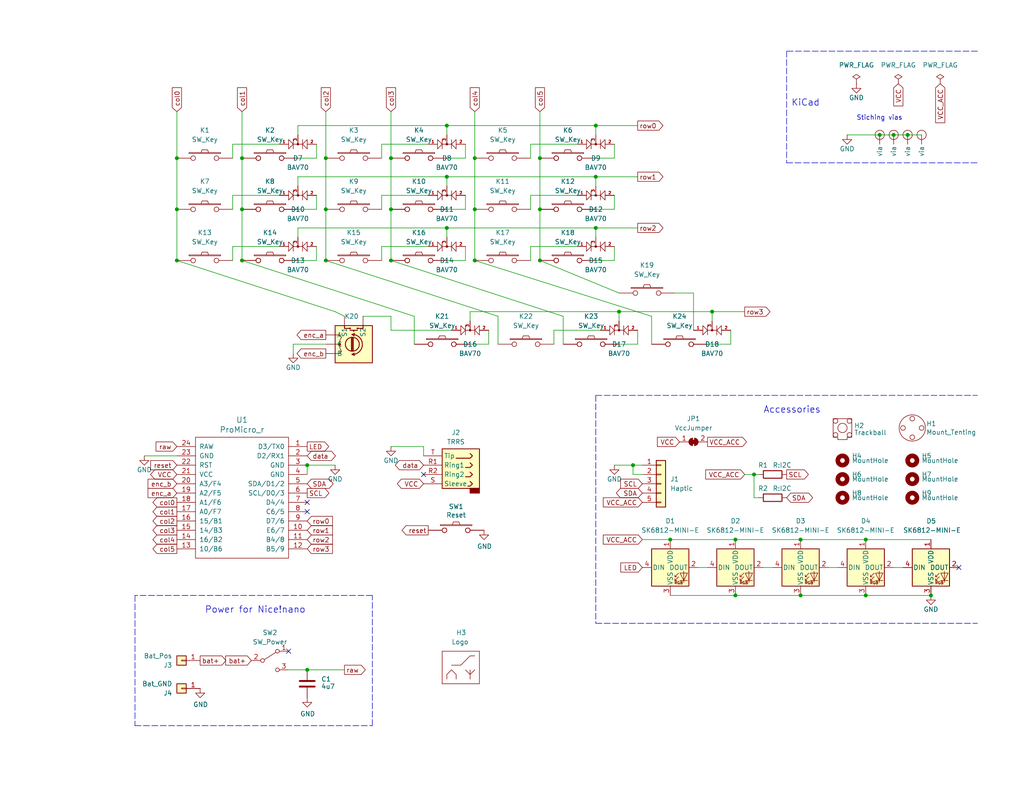
<source format=kicad_sch>
(kicad_sch (version 20211123) (generator eeschema)
  (paper "USLetter")
  (title_block (title "Hillside Keyboard") (date "2021-12-23") (rev "0.1.1-alpha") (company "mmccoyd") (comment 1 "A choc-spaced split keyboard with Ferris column stagger but more thumb and pinky keys."))
  (lib_symbols
    (symbol "Connector_Generic:Conn_01x01" (pin_names (offset 1.016) hide)
      (property "Reference" "J" (at 0 2.54 0))
      (property "Value" "Conn_01x01" (at 0 -2.54 0))
      (symbol "Conn_01x01_1_1"
        (rectangle (start -1.27 0.127) (end 0 -0.127) (stroke (width 0.1524)))
        (rectangle (start -1.27 1.27) (end 1.27 -1.27) (stroke (width 0.254)) (fill (type background)))
        (pin passive line (at -5.08 0 0) (length 3.81) (name "Pin_1") (number "1"))
      )
    )
    (symbol "Connector_Generic:Conn_01x05" (pin_names (offset 1.016) hide)
      (property "Reference" "J" (at 0 7.62 0))
      (property "Value" "Conn_01x05" (at 0 -7.62 0))
      (symbol "Conn_01x05_1_1"
        (rectangle (start -1.27 -4.953) (end 0 -5.207) (stroke (width 0.1524)))
        (rectangle (start -1.27 -2.413) (end 0 -2.667) (stroke (width 0.1524)))
        (rectangle (start -1.27 0.127) (end 0 -0.127) (stroke (width 0.1524)))
        (rectangle (start -1.27 2.667) (end 0 2.413) (stroke (width 0.1524)))
        (rectangle (start -1.27 5.207) (end 0 4.953) (stroke (width 0.1524)))
        (rectangle (start -1.27 6.35) (end 1.27 -6.35) (stroke (width 0.254)) (fill (type background)))
        (pin passive line (at -5.08 5.08 0) (length 3.81) (name "Pin_1") (number "1"))
        (pin passive line (at -5.08 2.54 0) (length 3.81) (name "Pin_2") (number "2"))
        (pin passive line (at -5.08 0 0) (length 3.81) (name "Pin_3") (number "3"))
        (pin passive line (at -5.08 -2.54 0) (length 3.81) (name "Pin_4") (number "4"))
        (pin passive line (at -5.08 -5.08 0) (length 3.81) (name "Pin_5") (number "5"))
      )
    )
    (symbol "Device:C" (pin_numbers hide) (pin_names (offset 0.254))
      (property "Reference" "C" (at 0.635 2.54 0))
      (property "Value" "C" (at 0.635 -2.54 0))
      (symbol "C_0_1"
        (polyline (pts (xy -2.032 -0.762) (xy 2.032 -0.762)) (stroke (width 0.508)))
        (polyline (pts (xy -2.032 0.762) (xy 2.032 0.762)) (stroke (width 0.508)))
      )
      (symbol "C_1_1"
        (pin passive line (at 0 3.81 270) (length 2.794) (name "~") (number "1"))
        (pin passive line (at 0 -3.81 90) (length 2.794) (name "~") (number "2"))
      )
    )
    (symbol "Device:R" (pin_numbers hide) (pin_names (offset 0))
      (property "Reference" "R" (at 2.032 0 90))
      (property "Value" "R" (at 0 0 90))
      (symbol "R_0_1"
        (rectangle (start -1.016 -2.54) (end 1.016 2.54) (stroke (width 0.254)))
      )
      (symbol "R_1_1"
        (pin passive line (at 0 3.81 270) (length 1.27) (name "~") (number "1"))
        (pin passive line (at 0 -3.81 90) (length 1.27) (name "~") (number "2"))
      )
    )
    (symbol "Jumper:SolderJumper_2_Bridged" (pin_names (offset 0) hide)
      (property "Reference" "JP" (at 0 2.032 0))
      (property "Value" "SolderJumper_2_Bridged" (at 0 -2.54 0))
      (symbol "SolderJumper_2_Bridged_0_1"
        (rectangle (start -0.508 0.508) (end 0.508 -0.508) (fill (type outline)))
        (arc (start -0.254 1.016) (mid -1.27 0) (end -0.254 -1.016))
        (arc (start -0.254 1.016) (mid -1.27 0) (end -0.254 -1.016) (fill (type outline)))
        (polyline (pts (xy -0.254 1.016) (xy -0.254 -1.016)))
        (polyline (pts (xy 0.254 1.016) (xy 0.254 -1.016)))
        (arc (start 0.254 -1.016) (mid 1.27 0) (end 0.254 1.016))
        (arc (start 0.254 -1.016) (mid 1.27 0) (end 0.254 1.016) (fill (type outline)))
      )
      (symbol "SolderJumper_2_Bridged_1_1"
        (pin passive line (at -3.81 0 0) (length 2.54) (name "A") (number "1"))
        (pin passive line (at 3.81 0 180) (length 2.54) (name "B") (number "2"))
      )
    )
    (symbol "Mechanical:MountingHole" (pin_names (offset 1.016))
      (property "Reference" "H" (at 0 5.08 0))
      (property "Value" "MountingHole" (at 0 3.175 0))
      (symbol "MountingHole_0_1"
        (circle (center 0 0) (radius 1.27) (stroke (width 1.27)))
      )
    )
    (symbol "Switch:SW_SPDT" (pin_names (offset 0) hide)
      (property "Reference" "SW" (at 0 4.318 0))
      (property "Value" "SW_SPDT" (at 0 -5.08 0))
      (symbol "SW_SPDT_0_0"
        (circle (center -2.032 0) (radius 0.508))
        (circle (center 2.032 -2.54) (radius 0.508))
      )
      (symbol "SW_SPDT_0_1"
        (polyline (pts (xy -1.524 0.254) (xy 1.651 2.286)))
        (circle (center 2.032 2.54) (radius 0.508))
      )
      (symbol "SW_SPDT_1_1"
        (pin passive line (at 5.08 2.54 180) (length 2.54) (name "A") (number "1"))
        (pin passive line (at -5.08 0 0) (length 2.54) (name "B") (number "2"))
        (pin passive line (at 5.08 -2.54 180) (length 2.54) (name "C") (number "3"))
      )
    )
    (symbol "hillside:Logo" (pin_names (offset 1.016))
      (property "Reference" "H" (at 0 -6.35 0))
      (property "Value" "Logo" (at 0 -3.81 0))
      (symbol "Logo_0_1"
        (rectangle (start -5.08 -2.54) (end -5.08 6.35))
        (rectangle (start -5.08 6.35) (end 5.08 6.35))
        (rectangle (start -2.54 2.54) (end 0 2.54))
        (polyline (pts (xy 0 2.54) (xy 2.54 5.08) (xy 3.81 5.08)))
        (polyline (pts (xy -3.81 -1.27) (xy -3.81 0) (xy -2.54 1.27) (xy -1.27 0) (xy -1.27 -1.27)))
        (polyline (pts (xy 2.54 -1.27) (xy 2.54 0) (xy 1.27 1.27) (xy 2.54 0) (xy 2.54 1.27) (xy 2.54 0) (xy 3.81 1.27)))
        (rectangle (start 5.08 -2.54) (end -5.08 -2.54))
        (rectangle (start 5.08 6.35) (end 5.08 -2.54))
      )
    )
    (symbol "hillside:Mount_Tenting" (pin_names (offset 1.016))
      (property "Reference" "H" (at 3.81 1.905 0))
      (property "Value" "Mount_Tenting" (at 3.81 -1.905 0))
      (symbol "Mount_Tenting_0_1"
        (circle (center -2.54 0) (radius 0.635))
        (circle (center 0 -2.54) (radius 0.635))
        (circle (center 0 0) (radius 3.5814))
        (circle (center 0 2.54) (radius 0.635))
        (circle (center 2.54 0) (radius 0.635))
      )
    )
    (symbol "hillside:Mount_Trackball" (pin_names (offset 1.016))
      (property "Reference" "H" (at 3.175 0.635 0))
      (property "Value" "Mount_Trackball" (at 3.175 -1.27 0))
      (symbol "Mount_Trackball_0_1"
        (circle (center -1.905 -1.905) (radius 0.635))
        (circle (center -1.905 1.905) (radius 0.635))
        (polyline (pts (xy -2.54 2.54) (xy 2.54 2.54) (xy 2.54 -2.54) (xy 1.27 -2.54) (xy 1.27 -3.175) (xy -1.27 -3.175) (xy -1.27 -2.54) (xy -2.54 -2.54) (xy -2.54 2.54)))
        (circle (center 0 0) (radius 1.27))
        (circle (center 1.905 -1.905) (radius 0.635))
        (circle (center 1.905 1.905) (radius 0.635))
      )
    )
    (symbol "hillside:ProMicro_r" (pin_names (offset 1.016))
      (property "Reference" "U" (at 1.27 22.86 0))
      (property "Value" "ProMicro_r" (at 1.27 -15.24 0))
      (symbol "ProMicro_r_0_1"
        (rectangle (start 13.97 20.32) (end -11.43 -12.7))
      )
      (symbol "ProMicro_r_1_1"
        (pin bidirectional line (at 19.05 17.78 180) (length 5.08) (name "D3/TX0") (number "1"))
        (pin bidirectional line (at 19.05 -5.08 180) (length 5.08) (name "E6/7") (number "10"))
        (pin bidirectional line (at 19.05 -7.62 180) (length 5.08) (name "B4/8") (number "11"))
        (pin bidirectional line (at 19.05 -10.16 180) (length 5.08) (name "B5/9") (number "12"))
        (pin bidirectional line (at -16.51 -10.16 0) (length 5.08) (name "10/B6") (number "13"))
        (pin bidirectional line (at -16.51 -7.62 0) (length 5.08) (name "16/B2") (number "14"))
        (pin bidirectional line (at -16.51 -5.08 0) (length 5.08) (name "14/B3") (number "15"))
        (pin bidirectional line (at -16.51 -2.54 0) (length 5.08) (name "15/B1") (number "16"))
        (pin bidirectional line (at -16.51 0 0) (length 5.08) (name "A0/F7") (number "17"))
        (pin bidirectional line (at -16.51 2.54 0) (length 5.08) (name "A1/F6") (number "18"))
        (pin bidirectional line (at -16.51 5.08 0) (length 5.08) (name "A2/F5") (number "19"))
        (pin bidirectional line (at 19.05 15.24 180) (length 5.08) (name "D2/RX1") (number "2"))
        (pin bidirectional line (at -16.51 7.62 0) (length 5.08) (name "A3/F4") (number "20"))
        (pin power_in line (at -16.51 10.16 0) (length 5.08) (name "VCC") (number "21"))
        (pin input line (at -16.51 12.7 0) (length 5.08) (name "RST") (number "22"))
        (pin power_in line (at -16.51 15.24 0) (length 5.08) (name "GND") (number "23"))
        (pin power_out line (at -16.51 17.78 0) (length 5.08) (name "RAW") (number "24"))
        (pin power_in line (at 19.05 12.7 180) (length 5.08) (name "GND") (number "3"))
        (pin power_in line (at 19.05 10.16 180) (length 5.08) (name "GND") (number "4"))
        (pin bidirectional line (at 19.05 7.62 180) (length 5.08) (name "SDA/D1/2") (number "5"))
        (pin bidirectional line (at 19.05 5.08 180) (length 5.08) (name "SCL/D0/3") (number "6"))
        (pin bidirectional line (at 19.05 2.54 180) (length 5.08) (name "D4/4") (number "7"))
        (pin bidirectional line (at 19.05 0 180) (length 5.08) (name "C6/5") (number "8"))
        (pin bidirectional line (at 19.05 -2.54 180) (length 5.08) (name "D7/6") (number "9"))
      )
    )
    (symbol "hillside:SW_Key" (pin_numbers hide) (pin_names (offset 1.016) hide)
      (property "Reference" "K" (at 0 -1.016 0))
      (property "Value" "SW_Key" (at 0 -3.302 0))
      (symbol "SW_Key_0_1"
        (rectangle (start -4.318 1.27) (end 4.318 1.524))
        (polyline (pts (xy -1.016 1.524) (xy -0.762 2.286) (xy 0.762 2.286) (xy 1.016 1.524)))
        (pin passive inverted (at -7.62 0 0) (length 5.08) (name "1") (number "1"))
        (pin passive inverted (at 7.62 0 180) (length 5.08) (name "2") (number "2"))
      )
    )
    (symbol "hillside:SW_PUSH" (pin_numbers hide) (pin_names (offset 1.016) hide)
      (property "Reference" "SW" (at 3.81 2.794 0))
      (property "Value" "SW_PUSH" (at 0 -2.032 0))
      (symbol "SW_PUSH_0_1"
        (rectangle (start -4.318 1.27) (end 4.318 1.524))
        (polyline (pts (xy -1.016 1.524) (xy -0.762 2.286) (xy 0.762 2.286) (xy 1.016 1.524)))
        (pin passive inverted (at -7.62 0 0) (length 5.08) (name "1") (number "1"))
        (pin passive inverted (at 7.62 0 180) (length 5.08) (name "2") (number "2"))
      )
    )
    (symbol "hillside:SW_Rotary" (pin_numbers hide)
      (property "Reference" "K" (at 0 6.35 0))
      (symbol "SW_Rotary_1_1"
        (rectangle (start -5.08 5.08) (end 5.08 -5.08) (stroke (width 0.254)) (fill (type background)))
        (circle (center -3.81 0) (radius 0.254) (fill (type outline)))
        (circle (center -1.016 4.318) (radius 0.127) (stroke (width 0.254)))
        (arc (start -0.381 -2.794) (mid 2.3622 -0.0635) (end -0.381 2.667) (stroke (width 0.254)))
        (circle (center -0.381 0) (radius 1.905) (stroke (width 0.254)))
        (polyline (pts (xy -1.016 3.81) (xy 1.016 3.81)) (stroke (width 0.254)))
        (polyline (pts (xy -0.635 -1.778) (xy -0.635 1.778)) (stroke (width 0.254)))
        (polyline (pts (xy -0.381 -1.778) (xy -0.381 1.778)) (stroke (width 0.254)))
        (polyline (pts (xy -0.127 1.778) (xy -0.127 -1.778)) (stroke (width 0.254)))
        (polyline (pts (xy 0 3.81) (xy 0 3.429)) (stroke (width 0.254)))
        (polyline (pts (xy -5.08 -2.54) (xy -3.81 -2.54) (xy -3.81 -2.032)))
        (polyline (pts (xy -5.08 2.54) (xy -3.81 2.54) (xy -3.81 2.032)))
        (polyline (pts (xy -2.54 5.08) (xy -2.54 4.318) (xy -1.016 4.318)) (stroke (width 0.254)))
        (polyline (pts (xy 0.254 -3.048) (xy -0.508 -2.794) (xy 0.127 -2.413)) (stroke (width 0.254)))
        (polyline (pts (xy 0.254 2.921) (xy -0.508 2.667) (xy 0.127 2.286)) (stroke (width 0.254)))
        (polyline (pts (xy 2.54 5.08) (xy 2.54 4.318) (xy 1.016 4.318)) (stroke (width 0.254)))
        (polyline (pts (xy -5.08 0) (xy -3.81 0) (xy -3.81 -1.016) (xy -3.302 -2.032)))
        (polyline (pts (xy -4.318 0) (xy -3.81 0) (xy -3.81 1.016) (xy -3.302 2.032)))
        (circle (center 1.016 4.318) (radius 0.127) (stroke (width 0.254)))
        (pin passive line (at -7.62 2.54 0) (length 2.54) (name "A") (number "A"))
        (pin passive line (at -7.62 -2.54 0) (length 2.54) (name "B") (number "B"))
        (pin passive line (at -7.62 0 0) (length 2.54) (name "C") (number "C"))
        (pin passive line (at -2.54 7.62 270) (length 2.54) (name "S1") (number "S1"))
        (pin passive line (at 2.54 7.62 270) (length 2.54) (name "S2") (number "S2"))
      )
    )
    (symbol "hillside:TRRS"
      (property "Reference" "J" (at 7.62 5.715 0))
      (property "Value" "TRRS" (at 6.985 -7.62 0))
      (symbol "TRRS_0_1"
        (polyline (pts (xy 6.35 1.905) (xy 10.16 1.905) (xy 10.795 2.54) (xy 10.16 3.175)) (stroke (width 0.254)))
        (polyline (pts (xy 8.89 -0.635) (xy 10.16 -0.635) (xy 10.795 0) (xy 10.16 0.635)) (stroke (width 0.254)))
        (polyline (pts (xy 10.16 -4.445) (xy 10.795 -5.08) (xy 10.16 -5.715) (xy 9.525 -5.715)) (stroke (width 0.254)))
        (polyline (pts (xy 10.16 -1.905) (xy 10.795 -2.54) (xy 10.16 -3.175) (xy 8.89 -3.175)) (stroke (width 0.254)))
        (rectangle (start 12.7 -7.62) (end 10.16 -6.35) (stroke (width 0.254)) (fill (type outline)))
        (rectangle (start 12.7 -6.35) (end 2.54 4.445) (stroke (width 0.254)) (fill (type background)))
      )
      (symbol "TRRS_1_1"
        (pin passive line (at -2.54 0 0) (length 5.08) (name "Ring1") (number "R1"))
        (pin passive line (at -2.54 -2.54 0) (length 5.08) (name "Ring2") (number "R2"))
        (pin passive line (at -2.54 -5.08 0) (length 5.08) (name "Sleeve") (number "S"))
        (pin passive line (at -2.54 2.54 0) (length 5.08) (name "Tip") (number "T"))
      )
    )
    (symbol "hillside_basic:BAV70_Small" (pin_names (offset 0.762) hide)
      (property "Reference" "D" (at 0.635 -2.54 0))
      (property "Value" "BAV70_Small" (at 0 2.54 0))
      (symbol "BAV70_Small_0_1"
        (polyline (pts (xy -1.27 1.27) (xy -1.27 -1.27)))
        (polyline (pts (xy 1.27 0) (xy -1.27 0)))
        (polyline (pts (xy 1.27 1.27) (xy 1.27 -1.27)))
        (polyline (pts (xy -2.54 1.27) (xy -2.54 -1.27) (xy -1.27 0) (xy -2.54 1.27)))
        (polyline (pts (xy 2.54 1.27) (xy 2.54 -1.27) (xy 1.27 0) (xy 2.54 1.27)))
        (circle (center 0 0) (radius 0.254) (fill (type outline)))
      )
      (symbol "BAV70_Small_1_1"
        (pin input line (at -5.08 0 0) (length 2.54) (name "A1") (number "1"))
        (pin input line (at 5.08 0 180) (length 2.54) (name "A2") (number "2"))
        (pin passive line (at 0 -2.54 90) (length 2.54) (name "K") (number "3"))
      )
    )
    (symbol "hillside_basic:SK6812-MINI-E" (pin_names (offset 0.254))
      (property "Reference" "D" (at 5.08 5.715 0))
      (property "Value" "SK6812-MINI-E" (at 1.27 -5.715 0))
      (symbol "SK6812-MINI-E_0_0"
        (text "RGB" (at 2.286 -4.191 0) (effects (font (size 0.762 0.762))))
      )
      (symbol "SK6812-MINI-E_0_1"
        (polyline (pts (xy 1.27 -3.556) (xy 1.778 -3.556)))
        (polyline (pts (xy 1.27 -2.54) (xy 1.778 -2.54)))
        (polyline (pts (xy 4.699 -3.556) (xy 2.667 -3.556)))
        (polyline (pts (xy 2.286 -2.54) (xy 1.27 -3.556) (xy 1.27 -3.048)))
        (polyline (pts (xy 2.286 -1.524) (xy 1.27 -2.54) (xy 1.27 -2.032)))
        (polyline (pts (xy 3.683 -1.016) (xy 3.683 -3.556) (xy 3.683 -4.064)))
        (polyline (pts (xy 4.699 -1.524) (xy 2.667 -1.524) (xy 3.683 -3.556) (xy 4.699 -1.524)))
        (rectangle (start 5.08 5.08) (end -5.08 -5.08) (stroke (width 0.254)) (fill (type background)))
      )
      (symbol "SK6812-MINI-E_1_1"
        (pin power_in line (at 0 7.62 270) (length 2.54) (name "VDD") (number "1"))
        (pin output line (at 7.62 0 180) (length 2.54) (name "DOUT") (number "2"))
        (pin power_in line (at 0 -7.62 90) (length 2.54) (name "VSS") (number "3"))
        (pin input line (at -7.62 0 0) (length 2.54) (name "DIN") (number "4"))
      )
    )
    (symbol "hillside_basic:Via" (pin_numbers hide)
      (symbol "Via_0_1"
        (circle (center 0 0) (radius 1.27))
      )
      (symbol "Via_1_1"
        (pin passive line (at 0 0 0) (length 2.54) (name "via") (number "1"))
      )
    )
    (symbol "power:GND" (power) (pin_names (offset 0))
      (property "Value" "GND" (at 0 -3.81 0))
      (symbol "GND_0_1"
        (polyline (pts (xy 0 0) (xy 0 -1.27) (xy 1.27 -1.27) (xy 0 -2.54) (xy -1.27 -1.27) (xy 0 -1.27)))
      )
      (symbol "GND_1_1"
        (pin power_in line (at 0 0 270) (length 0) hide (name "GND") (number "1"))
      )
    )
    (symbol "power:PWR_FLAG" (power) (pin_numbers hide) (pin_names (offset 0) hide)
      (property "Value" "PWR_FLAG" (at 0 3.81 0))
      (symbol "PWR_FLAG_0_0"
        (pin power_out line (at 0 0 90) (length 0) (name "pwr") (number "1"))
      )
      (symbol "PWR_FLAG_0_1"
        (polyline (pts (xy 0 0) (xy 0 1.27) (xy -1.016 1.905) (xy 0 2.54) (xy 1.016 1.905) (xy 0 1.27)))
      )
    )
  )
  (junction (at 106.68 43.18))
  (junction (at 236.22 147.32))
  (junction (at 121.92 62.23))
  (junction (at 218.44 147.32))
  (junction (at 83.82 182.88))
  (junction (at 121.92 34.29))
  (junction (at 200.66 147.32))
  (junction (at 236.22 162.56))
  (junction (at 66.04 57.15))
  (junction (at 106.68 71.12))
  (junction (at 162.56 62.23))
  (junction (at 205.74 129.54))
  (junction (at 243.84 36.83))
  (junction (at 48.26 71.12))
  (junction (at 200.66 162.56))
  (junction (at 83.82 127))
  (junction (at 129.54 71.12))
  (junction (at 147.32 57.15))
  (junction (at 88.9 43.18))
  (junction (at 194.31 85.09))
  (junction (at 88.9 57.15))
  (junction (at 172.72 127))
  (junction (at 182.88 147.32))
  (junction (at 147.32 71.12))
  (junction (at 48.26 57.15))
  (junction (at 129.54 57.15))
  (junction (at 66.04 43.18))
  (junction (at 106.68 57.15))
  (junction (at 88.9 71.12))
  (junction (at 254 162.56))
  (junction (at 162.56 34.29))
  (junction (at 121.92 48.26))
  (junction (at 162.56 48.26))
  (junction (at 147.32 43.18))
  (junction (at 247.65 36.83))
  (junction (at 48.26 43.18))
  (junction (at 66.04 71.12))
  (junction (at 129.54 43.18))
  (junction (at 168.91 85.09))
  (junction (at 240.03 36.83))
  (junction (at 218.44 162.56))
  (no_connect (at 83.82 139.7))
  (no_connect (at 261.62 154.94))
  (no_connect (at 115.57 129.54))
  (no_connect (at 83.82 137.16))
  (no_connect (at 78.74 177.8))
  (wire (pts (xy 88.9 30.48) (xy 88.9 43.18)))
  (wire (pts (xy 81.28 34.29) (xy 121.92 34.29)))
  (wire (pts (xy 144.78 53.34) (xy 157.48 53.34)))
  (wire (pts (xy 106.68 30.48) (xy 106.68 43.18)))
  (wire (pts (xy 127 43.18) (xy 121.92 43.18)))
  (polyline (pts (xy 162.56 170.18) (xy 266.7 170.18)))
  (wire (pts (xy 86.36 53.34) (xy 86.36 57.15)))
  (wire (pts (xy 167.64 43.18) (xy 167.64 39.37)))
  (wire (pts (xy 175.26 147.32) (xy 182.88 147.32)))
  (wire (pts (xy 66.04 43.18) (xy 66.04 57.15)))
  (wire (pts (xy 66.04 57.15) (xy 66.04 71.12)))
  (wire (pts (xy 189.23 90.17) (xy 189.23 80.01)))
  (wire (pts (xy 129.54 71.12) (xy 129.54 57.15)))
  (wire (pts (xy 78.74 182.88) (xy 83.82 182.88)))
  (wire (pts (xy 207.01 129.54) (xy 205.74 129.54)))
  (wire (pts (xy 83.82 129.54) (xy 83.82 127)))
  (wire (pts (xy 121.92 64.77) (xy 121.92 62.23)))
  (wire (pts (xy 167.64 57.15) (xy 162.56 57.15)))
  (polyline (pts (xy 162.56 107.95) (xy 266.7 107.95)))
  (wire (pts (xy 106.68 121.92) (xy 115.57 121.92)))
  (wire (pts (xy 236.22 147.32) (xy 254 147.32)))
  (wire (pts (xy 218.44 147.32) (xy 236.22 147.32)))
  (wire (pts (xy 88.9 71.12) (xy 88.9 57.15)))
  (wire (pts (xy 104.14 39.37) (xy 116.84 39.37)))
  (wire (pts (xy 106.68 86.36) (xy 106.68 90.17)))
  (wire (pts (xy 86.36 71.12) (xy 81.28 71.12)))
  (wire (pts (xy 48.26 43.18) (xy 48.26 57.15)))
  (wire (pts (xy 121.92 36.83) (xy 121.92 34.29)))
  (wire (pts (xy 182.88 147.32) (xy 200.66 147.32)))
  (wire (pts (xy 106.68 43.18) (xy 106.68 57.15)))
  (polyline (pts (xy 101.6 162.56) (xy 36.83 162.56)))
  (wire (pts (xy 199.39 93.98) (xy 193.04 93.98)))
  (wire (pts (xy 153.67 86.36) (xy 106.68 71.12)))
  (wire (pts (xy 81.28 62.23) (xy 121.92 62.23)))
  (wire (pts (xy 144.78 43.18) (xy 144.78 39.37)))
  (wire (pts (xy 81.28 34.29) (xy 81.28 36.83)))
  (wire (pts (xy 127 57.15) (xy 127 53.34)))
  (wire (pts (xy 128.27 93.98) (xy 133.35 93.98)))
  (wire (pts (xy 167.64 67.31) (xy 167.64 71.12)))
  (wire (pts (xy 113.03 86.36) (xy 113.03 93.98)))
  (wire (pts (xy 172.72 129.54) (xy 172.72 127)))
  (wire (pts (xy 104.14 71.12) (xy 104.14 67.31)))
  (wire (pts (xy 162.56 36.83) (xy 162.56 34.29)))
  (wire (pts (xy 48.26 30.48) (xy 48.26 43.18)))
  (wire (pts (xy 81.28 48.26) (xy 81.28 50.8)))
  (wire (pts (xy 91.44 85.09) (xy 48.26 71.12)))
  (polyline (pts (xy 36.83 162.56) (xy 36.83 198.12)))
  (wire (pts (xy 133.35 93.98) (xy 133.35 90.17)))
  (wire (pts (xy 199.39 90.17) (xy 199.39 93.98)))
  (wire (pts (xy 144.78 39.37) (xy 157.48 39.37)))
  (wire (pts (xy 99.06 86.36) (xy 106.68 86.36)))
  (wire (pts (xy 168.91 85.09) (xy 194.31 85.09)))
  (wire (pts (xy 83.82 127) (xy 91.44 127)))
  (wire (pts (xy 175.26 129.54) (xy 172.72 129.54)))
  (wire (pts (xy 168.91 87.63) (xy 168.91 85.09)))
  (wire (pts (xy 121.92 57.15) (xy 127 57.15)))
  (polyline (pts (xy 101.6 198.12) (xy 101.6 162.56)))
  (wire (pts (xy 106.68 90.17) (xy 123.19 90.17)))
  (wire (pts (xy 144.78 57.15) (xy 144.78 53.34)))
  (wire (pts (xy 83.82 182.88) (xy 93.98 182.88)))
  (wire (pts (xy 115.57 121.92) (xy 115.57 124.46)))
  (wire (pts (xy 247.65 36.83) (xy 251.46 36.83)))
  (wire (pts (xy 194.31 87.63) (xy 194.31 85.09)))
  (wire (pts (xy 218.44 162.56) (xy 236.22 162.56)))
  (wire (pts (xy 162.56 50.8) (xy 162.56 48.26)))
  (wire (pts (xy 86.36 57.15) (xy 81.28 57.15)))
  (wire (pts (xy 127 71.12) (xy 127 67.31)))
  (wire (pts (xy 243.84 154.94) (xy 246.38 154.94)))
  (wire (pts (xy 147.32 57.15) (xy 147.32 71.12)))
  (wire (pts (xy 200.66 162.56) (xy 218.44 162.56)))
  (wire (pts (xy 104.14 67.31) (xy 116.84 67.31)))
  (wire (pts (xy 151.13 90.17) (xy 163.83 90.17)))
  (wire (pts (xy 86.36 67.31) (xy 86.36 71.12)))
  (wire (pts (xy 121.92 62.23) (xy 162.56 62.23)))
  (wire (pts (xy 173.99 93.98) (xy 173.99 90.17)))
  (wire (pts (xy 113.03 86.36) (xy 66.04 71.12)))
  (wire (pts (xy 173.99 34.29) (xy 162.56 34.29)))
  (wire (pts (xy 167.64 53.34) (xy 167.64 57.15)))
  (polyline (pts (xy 266.7 13.97) (xy 214.63 13.97)))
  (wire (pts (xy 151.13 93.98) (xy 151.13 90.17)))
  (wire (pts (xy 168.91 80.01) (xy 147.32 71.12)))
  (wire (pts (xy 236.22 162.56) (xy 254 162.56)))
  (wire (pts (xy 80.01 96.52) (xy 80.01 93.98)))
  (polyline (pts (xy 214.63 44.45) (xy 266.7 44.45)))
  (polyline (pts (xy 36.83 198.12) (xy 101.6 198.12)))
  (polyline (pts (xy 214.63 13.97) (xy 214.63 44.45)))
  (wire (pts (xy 128.27 87.63) (xy 128.27 85.09)))
  (wire (pts (xy 208.28 154.94) (xy 210.82 154.94)))
  (wire (pts (xy 129.54 30.48) (xy 129.54 43.18)))
  (wire (pts (xy 172.72 127) (xy 167.64 127)))
  (wire (pts (xy 127 43.18) (xy 127 39.37)))
  (wire (pts (xy 135.89 93.98) (xy 135.89 86.36)))
  (wire (pts (xy 243.84 36.83) (xy 247.65 36.83)))
  (wire (pts (xy 168.91 93.98) (xy 173.99 93.98)))
  (wire (pts (xy 63.5 53.34) (xy 76.2 53.34)))
  (wire (pts (xy 200.66 147.32) (xy 218.44 147.32)))
  (wire (pts (xy 153.67 93.98) (xy 153.67 86.36)))
  (wire (pts (xy 205.74 129.54) (xy 205.74 135.89)))
  (polyline (pts (xy 162.56 107.95) (xy 162.56 170.18)))
  (wire (pts (xy 128.27 85.09) (xy 168.91 85.09)))
  (wire (pts (xy 63.5 57.15) (xy 63.5 53.34)))
  (wire (pts (xy 48.26 57.15) (xy 48.26 71.12)))
  (wire (pts (xy 121.92 50.8) (xy 121.92 48.26)))
  (wire (pts (xy 63.5 67.31) (xy 76.2 67.31)))
  (wire (pts (xy 66.04 30.48) (xy 66.04 43.18)))
  (wire (pts (xy 63.5 43.18) (xy 63.5 39.37)))
  (wire (pts (xy 173.99 62.23) (xy 162.56 62.23)))
  (wire (pts (xy 81.28 48.26) (xy 121.92 48.26)))
  (wire (pts (xy 182.88 162.56) (xy 200.66 162.56)))
  (wire (pts (xy 116.84 53.34) (xy 104.14 53.34)))
  (wire (pts (xy 162.56 43.18) (xy 167.64 43.18)))
  (wire (pts (xy 189.23 80.01) (xy 184.15 80.01)))
  (wire (pts (xy 63.5 39.37) (xy 76.2 39.37)))
  (wire (pts (xy 129.54 71.12) (xy 177.8 86.36)))
  (wire (pts (xy 129.54 57.15) (xy 129.54 43.18)))
  (wire (pts (xy 147.32 43.18) (xy 147.32 57.15)))
  (wire (pts (xy 121.92 34.29) (xy 162.56 34.29)))
  (wire (pts (xy 88.9 57.15) (xy 88.9 43.18)))
  (wire (pts (xy 205.74 135.89) (xy 207.01 135.89)))
  (wire (pts (xy 63.5 71.12) (xy 63.5 67.31)))
  (wire (pts (xy 48.26 124.46) (xy 39.37 124.46)))
  (wire (pts (xy 157.48 67.31) (xy 144.78 67.31)))
  (wire (pts (xy 91.44 85.09) (xy 93.98 86.36)))
  (wire (pts (xy 203.2 85.09) (xy 194.31 85.09)))
  (wire (pts (xy 231.14 36.83) (xy 240.03 36.83)))
  (wire (pts (xy 121.92 71.12) (xy 127 71.12)))
  (wire (pts (xy 177.8 93.98) (xy 177.8 86.36)))
  (wire (pts (xy 86.36 43.18) (xy 81.28 43.18)))
  (wire (pts (xy 135.89 86.36) (xy 88.9 71.12)))
  (wire (pts (xy 121.92 48.26) (xy 162.56 48.26)))
  (wire (pts (xy 190.5 154.94) (xy 193.04 154.94)))
  (wire (pts (xy 80.01 93.98) (xy 88.9 93.98)))
  (wire (pts (xy 104.14 43.18) (xy 104.14 39.37)))
  (wire (pts (xy 167.64 71.12) (xy 162.56 71.12)))
  (wire (pts (xy 147.32 30.48) (xy 147.32 43.18)))
  (wire (pts (xy 172.72 127) (xy 175.26 127)))
  (wire (pts (xy 226.06 154.94) (xy 228.6 154.94)))
  (wire (pts (xy 162.56 48.26) (xy 173.99 48.26)))
  (wire (pts (xy 144.78 71.12) (xy 144.78 67.31)))
  (wire (pts (xy 86.36 39.37) (xy 86.36 43.18)))
  (wire (pts (xy 162.56 62.23) (xy 162.56 64.77)))
  (wire (pts (xy 104.14 57.15) (xy 104.14 53.34)))
  (wire (pts (xy 240.03 36.83) (xy 243.84 36.83)))
  (wire (pts (xy 81.28 62.23) (xy 81.28 64.77)))
  (wire (pts (xy 106.68 57.15) (xy 106.68 71.12)))
  (wire (pts (xy 205.74 129.54) (xy 203.2 129.54)))
  (text "KiCad" (at 215.9 29.21 0) (effects (font (size 1.778 1.778)) (justify left bottom)))
  (text "Power for Nice!nano" (at 55.88 167.64 0) (effects (font (size 1.778 1.778)) (justify left bottom)))
  (text "Stiching vias" (at 233.68 33.02 0) (effects (font (size 1.27 1.27)) (justify left bottom)))
  (text "Accessories" (at 208.28 113.03 0) (effects (font (size 1.778 1.778)) (justify left bottom)))
  (global_label "row1" (shape input) (at 83.82 144.78 0) (property "Intersheet References" "${INTERSHEET_REFS}" (effects hide)))
  (global_label "enc_a" (shape input) (at 48.26 134.62 180) (property "Intersheet References" "${INTERSHEET_REFS}" (effects hide)))
  (global_label "col5" (shape output) (at 48.26 149.86 180) (property "Intersheet References" "${INTERSHEET_REFS}" (effects hide)))
  (global_label "VCC" (shape bidirectional) (at 115.57 132.08 180) (property "Intersheet References" "${INTERSHEET_REFS}" (effects hide)))
  (global_label "VCC" (shape input) (at 245.11 22.86 270) (property "Intersheet References" "${INTERSHEET_REFS}" (effects hide)))
  (global_label "reset" (shape input) (at 48.26 127 180) (property "Intersheet References" "${INTERSHEET_REFS}" (effects hide)))
  (global_label "row0" (shape input) (at 83.82 142.24 0) (property "Intersheet References" "${INTERSHEET_REFS}" (effects hide)))
  (global_label "col2" (shape output) (at 48.26 142.24 180) (property "Intersheet References" "${INTERSHEET_REFS}" (effects hide)))
  (global_label "VCC_ACC" (shape output) (at 193.04 120.65 0) (property "Intersheet References" "${INTERSHEET_REFS}" (effects hide)))
  (global_label "SCL" (shape input) (at 175.26 132.08 180) (property "Intersheet References" "${INTERSHEET_REFS}" (effects hide)))
  (global_label "col4" (shape output) (at 48.26 147.32 180) (property "Intersheet References" "${INTERSHEET_REFS}" (effects hide)))
  (global_label "VCC" (shape bidirectional) (at 48.26 129.54 180) (property "Intersheet References" "${INTERSHEET_REFS}" (effects hide)))
  (global_label "row2" (shape input) (at 83.82 147.32 0) (property "Intersheet References" "${INTERSHEET_REFS}" (effects hide)))
  (global_label "VCC_ACC" (shape input) (at 175.26 137.16 180) (property "Intersheet References" "${INTERSHEET_REFS}" (effects hide)))
  (global_label "SDA" (shape bidirectional) (at 214.63 135.89 0) (property "Intersheet References" "${INTERSHEET_REFS}" (effects hide)))
  (global_label "SDA" (shape bidirectional) (at 83.82 132.08 0) (property "Intersheet References" "${INTERSHEET_REFS}" (effects hide)))
  (global_label "raw" (shape input) (at 48.26 121.92 180) (property "Intersheet References" "${INTERSHEET_REFS}" (effects hide)))
  (global_label "col3" (shape input) (at 106.68 30.48 90) (property "Intersheet References" "${INTERSHEET_REFS}" (effects hide)))
  (global_label "row3" (shape output) (at 203.2 85.09 0) (property "Intersheet References" "${INTERSHEET_REFS}" (effects hide)))
  (global_label "col1" (shape output) (at 48.26 139.7 180) (property "Intersheet References" "${INTERSHEET_REFS}" (effects hide)))
  (global_label "col2" (shape input) (at 88.9 30.48 90) (property "Intersheet References" "${INTERSHEET_REFS}" (effects hide)))
  (global_label "SCL" (shape output) (at 83.82 134.62 0) (property "Intersheet References" "${INTERSHEET_REFS}" (effects hide)))
  (global_label "col5" (shape input) (at 147.32 30.48 90) (property "Intersheet References" "${INTERSHEET_REFS}" (effects hide)))
  (global_label "LED" (shape input) (at 175.26 154.94 180) (property "Intersheet References" "${INTERSHEET_REFS}" (effects hide)))
  (global_label "enc_b" (shape output) (at 88.9 96.52 180) (property "Intersheet References" "${INTERSHEET_REFS}" (effects hide)))
  (global_label "col4" (shape input) (at 129.54 30.48 90) (property "Intersheet References" "${INTERSHEET_REFS}" (effects hide)))
  (global_label "SCL" (shape output) (at 214.63 129.54 0) (property "Intersheet References" "${INTERSHEET_REFS}" (effects hide)))
  (global_label "row0" (shape output) (at 173.99 34.29 0) (property "Intersheet References" "${INTERSHEET_REFS}" (effects hide)))
  (global_label "LED" (shape output) (at 83.82 121.92 0) (property "Intersheet References" "${INTERSHEET_REFS}" (effects hide)))
  (global_label "enc_b" (shape input) (at 48.26 132.08 180) (property "Intersheet References" "${INTERSHEET_REFS}" (effects hide)))
  (global_label "row2" (shape output) (at 173.99 62.23 0) (property "Intersheet References" "${INTERSHEET_REFS}" (effects hide)))
  (global_label "col3" (shape output) (at 48.26 144.78 180) (property "Intersheet References" "${INTERSHEET_REFS}" (effects hide)))
  (global_label "reset" (shape output) (at 116.84 144.78 180) (property "Intersheet References" "${INTERSHEET_REFS}" (effects hide)))
  (global_label "col0" (shape output) (at 48.26 137.16 180) (property "Intersheet References" "${INTERSHEET_REFS}" (effects hide)))
  (global_label "row3" (shape input) (at 83.82 149.86 0) (property "Intersheet References" "${INTERSHEET_REFS}" (effects hide)))
  (global_label "enc_a" (shape output) (at 88.9 91.44 180) (property "Intersheet References" "${INTERSHEET_REFS}" (effects hide)))
  (global_label "VCC_ACC" (shape input) (at 175.26 147.32 180) (property "Intersheet References" "${INTERSHEET_REFS}" (effects hide)))
  (global_label "VCC" (shape input) (at 185.42 120.65 180) (property "Intersheet References" "${INTERSHEET_REFS}" (effects hide)))
  (global_label "raw" (shape output) (at 93.98 182.88 0) (property "Intersheet References" "${INTERSHEET_REFS}" (effects hide)))
  (global_label "VCC_ACC" (shape input) (at 203.2 129.54 180) (property "Intersheet References" "${INTERSHEET_REFS}" (effects hide)))
  (global_label "bat+" (shape input) (at 68.58 180.34 180) (property "Intersheet References" "${INTERSHEET_REFS}" (effects hide)))
  (global_label "VCC_ACC" (shape input) (at 256.54 22.86 270) (property "Intersheet References" "${INTERSHEET_REFS}" (effects hide)))
  (global_label "bat+" (shape output) (at 54.61 180.34 0) (property "Intersheet References" "${INTERSHEET_REFS}" (effects hide)))
  (global_label "SDA" (shape bidirectional) (at 175.26 134.62 180) (property "Intersheet References" "${INTERSHEET_REFS}" (effects hide)))
  (global_label "col0" (shape input) (at 48.26 30.48 90) (property "Intersheet References" "${INTERSHEET_REFS}" (effects hide)))
  (global_label "data" (shape bidirectional) (at 115.57 127 180) (property "Intersheet References" "${INTERSHEET_REFS}" (effects hide)))
  (global_label "row1" (shape output) (at 173.99 48.26 0) (property "Intersheet References" "${INTERSHEET_REFS}" (effects hide)))
  (global_label "data" (shape bidirectional) (at 83.82 124.46 0) (property "Intersheet References" "${INTERSHEET_REFS}" (effects hide)))
  (global_label "col1" (shape input) (at 66.04 30.48 90) (property "Intersheet References" "${INTERSHEET_REFS}" (effects hide)))
  (symbol (lib_id "hillside:SW_PUSH") (at 124.46 144.78 0) (unit 1)
    (property "Reference" "SW1" (at 124.46 138.303 0))
    (property "Value" "Reset" (at 124.46 140.6144 0))
    (property "Footprint" "hillside_basic:SW_SPST_SKQG_WithStem" (effects hide))
  )
  (symbol (lib_id "power:GND") (at 132.08 144.78 0) (unit 1)
    (property "Reference" "#PWR04" (effects hide))
    (property "Value" "GND" (at 132.207 149.1742 0))
  )
  (symbol (lib_id "hillside_basic:SK6812-MINI-E") (at 182.88 154.94 0) (unit 1)
    (property "Reference" "D1" (at 182.88 142.24 0))
    (property "Value" "SK6812-MINI-E" (at 182.88 144.78 0))
    (property "Footprint" "hillside_basic:SK6812-MINI-E" (effects hide))
    (property "Datasheet" "https://cdn-shop.adafruit.com/datasheets/WS2812B.pdf" (effects hide))
  )
  (symbol (lib_id "hillside_basic:SK6812-MINI-E") (at 200.66 154.94 0) (unit 1)
    (property "Reference" "D2" (at 200.66 142.24 0))
    (property "Value" "SK6812-MINI-E" (at 200.66 144.78 0))
    (property "Footprint" "hillside_basic:SK6812-MINI-E" (effects hide))
    (property "Datasheet" "https://cdn-shop.adafruit.com/datasheets/WS2812B.pdf" (effects hide))
  )
  (symbol (lib_id "power:GND") (at 233.68 22.86 0) (unit 1)
    (property "Reference" "#PWR06" (effects hide))
    (property "Value" "GND" (at 233.68 26.67 0))
  )
  (symbol (lib_id "power:GND") (at 254 162.56 0) (unit 1)
    (property "Reference" "#PWR05" (effects hide))
    (property "Value" "GND" (at 254 166.37 0))
  )
  (symbol (lib_id "hillside:Mount_Tenting") (at 248.92 116.84 0) (unit 1)
    (property "Reference" "H1" (at 252.73 114.935 0) (effects (justify left top)))
    (property "Value" "Mount_Tenting" (at 252.73 118.745 0) (effects (justify left bottom)))
    (property "Footprint" "hillside:Tenting_Puck" (effects hide))
  )
  (symbol (lib_id "hillside:Mount_Trackball") (at 229.87 116.84 0) (unit 1)
    (property "Reference" "H2" (at 233.045 116.205 0) (effects (justify left)))
    (property "Value" "Trackball" (at 233.045 118.11 0) (effects (justify left)))
    (property "Footprint" "hillside:Pimoroni_Trackball" (effects hide))
  )
  (symbol (lib_id "hillside_basic:SK6812-MINI-E") (at 218.44 154.94 0) (unit 1)
    (property "Reference" "D3" (at 218.44 142.24 0))
    (property "Value" "SK6812-MINI-E" (at 218.44 144.78 0))
    (property "Footprint" "hillside_basic:SK6812-MINI-E" (effects hide))
    (property "Datasheet" "https://cdn-shop.adafruit.com/datasheets/WS2812B.pdf" (effects hide))
  )
  (symbol (lib_id "hillside_basic:SK6812-MINI-E") (at 236.22 154.94 0) (unit 1)
    (property "Reference" "D4" (at 236.22 142.24 0))
    (property "Value" "SK6812-MINI-E" (at 236.22 144.78 0))
    (property "Footprint" "hillside_basic:SK6812-MINI-E" (effects hide))
    (property "Datasheet" "https://cdn-shop.adafruit.com/datasheets/WS2812B.pdf" (effects hide))
  )
  (symbol (lib_id "hillside:SW_Rotary") (at 96.52 93.98 0) (unit 1)
    (property "Reference" "K20" (at 93.98 86.36 0) (effects (justify left)))
    (property "Value" "SW_Rotary" (effects hide))
    (property "Footprint" "hillside:pg1350-DR_rotary" (effects hide))
  )
  (symbol (lib_id "power:GND") (at 80.01 96.52 0) (unit 1)
    (property "Reference" "#PWR0101" (effects hide))
    (property "Value" "GND" (at 80.01 100.33 0))
  )
  (symbol (lib_id "hillside_basic:SK6812-MINI-E") (at 254 154.94 0) (unit 1)
    (property "Reference" "D5" (at 252.73 142.24 0) (effects (justify left)))
    (property "Value" "SK6812-MINI-E" (at 246.38 144.78 0) (effects (justify left)))
    (property "Footprint" "hillside_basic:SK6812-MINI-E" (effects hide))
    (property "Datasheet" "https://cdn-shop.adafruit.com/datasheets/WS2812B.pdf" (effects hide))
  )
  (symbol (lib_id "hillside_basic:Via") (at 240.03 36.83 270) (unit 1)
    (property "Reference" "V2" (effects hide))
    (property "Value" "Via" (effects hide))
    (property "Footprint" "hillside_basic:VIA-0.8mm" (effects hide))
  )
  (symbol (lib_id "power:GND") (at 231.14 36.83 0) (unit 1)
    (property "Reference" "#PWR0102" (effects hide))
    (property "Value" "GND" (at 231.14 40.64 0))
  )
  (symbol (lib_id "hillside:ProMicro_r") (at 64.77 139.7 0) (unit 1)
    (property "Reference" "U1" (at 66.04 114.6302 0) (effects (font (size 1.524 1.524))))
    (property "Value" "ProMicro_r" (at 66.04 117.3226 0) (effects (font (size 1.524 1.524))))
    (property "Footprint" "hillside:ProMicro_v2" (effects hide))
  )
  (symbol (lib_id "Connector_Generic:Conn_01x05") (at 180.34 132.08 0) (unit 1)
    (property "Reference" "J1" (at 182.88 130.81 0) (effects (justify left)))
    (property "Value" "Haptic" (at 182.88 133.35 0) (effects (justify left)))
    (property "Footprint" "hillside:Pimoroni_Haptic" (effects hide))
  )
  (symbol (lib_id "hillside:SW_Key") (at 55.88 71.12 0) (unit 1)
    (property "Reference" "K13" (at 55.88 63.5 0))
    (property "Value" "SW_Key" (at 55.88 66.04 0))
    (property "Footprint" "hillside:pg1350-R" (effects hide))
  )
  (symbol (lib_id "hillside:SW_Key") (at 73.66 71.12 0) (unit 1)
    (property "Reference" "K14" (at 73.66 63.5 0))
    (property "Value" "SW_Key" (at 73.66 66.04 0))
    (property "Footprint" "hillside:pg1350-R" (effects hide))
  )
  (symbol (lib_id "hillside:SW_Key") (at 185.42 93.98 0) (unit 1)
    (property "Reference" "K24" (at 185.42 86.36 0))
    (property "Value" "SW_Key" (at 185.42 88.9 0))
    (property "Footprint" "hillside:pg1350-R" (effects hide))
  )
  (symbol (lib_id "hillside:SW_Key") (at 176.53 80.01 0) (unit 1)
    (property "Reference" "K19" (at 176.53 72.39 0))
    (property "Value" "SW_Key" (at 176.53 74.93 0))
    (property "Footprint" "hillside:pg1350-R" (effects hide))
  )
  (symbol (lib_id "hillside:SW_Key") (at 96.52 57.15 0) (unit 1)
    (property "Reference" "K9" (at 96.52 49.53 0))
    (property "Value" "SW_Key" (at 96.52 52.07 0))
    (property "Footprint" "hillside:pg1350-R" (effects hide))
  )
  (symbol (lib_id "hillside:SW_Key") (at 114.3 57.15 0) (unit 1)
    (property "Reference" "K10" (at 114.3 49.53 0))
    (property "Value" "SW_Key" (at 114.3 52.07 0))
    (property "Footprint" "hillside:pg1350-R" (effects hide))
  )
  (symbol (lib_id "hillside:SW_Key") (at 96.52 71.12 0) (unit 1)
    (property "Reference" "K15" (at 96.52 63.5 0))
    (property "Value" "SW_Key" (at 96.52 66.04 0))
    (property "Footprint" "hillside:pg1350-R" (effects hide))
  )
  (symbol (lib_id "hillside:SW_Key") (at 114.3 71.12 0) (unit 1)
    (property "Reference" "K16" (at 114.3 63.5 0))
    (property "Value" "SW_Key" (at 114.3 66.04 0))
    (property "Footprint" "hillside:pg1350-R" (effects hide))
  )
  (symbol (lib_id "hillside:SW_Key") (at 55.88 43.18 0) (unit 1)
    (property "Reference" "K1" (at 55.88 35.56 0))
    (property "Value" "SW_Key" (at 55.88 38.1 0))
    (property "Footprint" "hillside:pg1350-R" (effects hide))
  )
  (symbol (lib_id "hillside:SW_Key") (at 73.66 43.18 0) (unit 1)
    (property "Reference" "K2" (at 73.66 35.56 0))
    (property "Value" "SW_Key" (at 73.66 38.1 0))
    (property "Footprint" "hillside:pg1350-R" (effects hide))
  )
  (symbol (lib_id "hillside:SW_Key") (at 137.16 43.18 0) (unit 1)
    (property "Reference" "K5" (at 137.16 35.56 0))
    (property "Value" "SW_Key" (at 137.16 38.1 0))
    (property "Footprint" "hillside:pg1350-R" (effects hide))
  )
  (symbol (lib_id "hillside:SW_Key") (at 154.94 43.18 0) (unit 1)
    (property "Reference" "K6" (at 154.94 35.56 0))
    (property "Value" "SW_Key" (at 154.94 38.1 0))
    (property "Footprint" "hillside:pg1350-R" (effects hide))
  )
  (symbol (lib_id "hillside:SW_Key") (at 137.16 57.15 0) (unit 1)
    (property "Reference" "K11" (at 137.16 49.53 0))
    (property "Value" "SW_Key" (at 137.16 52.07 0))
    (property "Footprint" "hillside:pg1350-R" (effects hide))
  )
  (symbol (lib_id "hillside:SW_Key") (at 154.94 57.15 0) (unit 1)
    (property "Reference" "K12" (at 154.94 49.53 0))
    (property "Value" "SW_Key" (at 154.94 52.07 0))
    (property "Footprint" "hillside:pg1350-R" (effects hide))
  )
  (symbol (lib_id "hillside:SW_Key") (at 137.16 71.12 0) (unit 1)
    (property "Reference" "K17" (at 137.16 63.5 0))
    (property "Value" "SW_Key" (at 137.16 66.04 0))
    (property "Footprint" "hillside:pg1350-R" (effects hide))
  )
  (symbol (lib_id "hillside:SW_Key") (at 154.94 71.12 0) (unit 1)
    (property "Reference" "K18" (at 154.94 63.5 0))
    (property "Value" "SW_Key" (at 154.94 66.04 0))
    (property "Footprint" "hillside:pg1350-R" (effects hide))
  )
  (symbol (lib_id "hillside:SW_Key") (at 96.52 43.18 0) (unit 1)
    (property "Reference" "K3" (at 96.52 35.56 0))
    (property "Value" "SW_Key" (at 96.52 38.1 0))
    (property "Footprint" "hillside:pg1350-R" (effects hide))
  )
  (symbol (lib_id "hillside:SW_Key") (at 114.3 43.18 0) (unit 1)
    (property "Reference" "K4" (at 114.3 35.56 0))
    (property "Value" "SW_Key" (at 114.3 38.1 0))
    (property "Footprint" "hillside:pg1350-R" (effects hide))
  )
  (symbol (lib_id "hillside:SW_Key") (at 55.88 57.15 0) (unit 1)
    (property "Reference" "K7" (at 55.88 49.53 0))
    (property "Value" "SW_Key" (at 55.88 52.07 0))
    (property "Footprint" "hillside:pg1350-R" (effects hide))
  )
  (symbol (lib_id "hillside:SW_Key") (at 73.66 57.15 0) (unit 1)
    (property "Reference" "K8" (at 73.66 49.53 0))
    (property "Value" "SW_Key" (at 73.66 52.07 0))
    (property "Footprint" "hillside:pg1350-R" (effects hide))
  )
  (symbol (lib_id "power:PWR_FLAG") (at 233.68 22.86 0) (unit 1)
    (property "Reference" "#FLG02" (effects hide))
    (property "Value" "PWR_FLAG" (at 233.68 17.78 0))
  )
  (symbol (lib_id "power:PWR_FLAG") (at 245.11 22.86 0) (unit 1)
    (property "Reference" "#FLG01" (effects hide))
    (property "Value" "PWR_FLAG" (at 245.11 17.78 0))
  )
  (symbol (lib_id "Device:R") (at 210.82 129.54 90) (unit 1)
    (property "Reference" "R1" (at 209.55 127 90) (effects (justify left)))
    (property "Value" "R:I2C" (at 210.82 127 90) (effects (justify right)))
    (property "Footprint" "hillside_basic:R_0805_2012Metric" (effects hide))
  )
  (symbol (lib_id "Device:R") (at 210.82 135.89 90) (unit 1)
    (property "Reference" "R2" (at 209.55 133.35 90) (effects (justify left)))
    (property "Value" "R:I2C" (at 210.82 133.35 90) (effects (justify right)))
    (property "Footprint" "hillside_basic:R_0805_2012Metric" (effects hide))
  )
  (symbol (lib_id "power:GND") (at 39.37 124.46 0) (unit 1)
    (property "Reference" "#PWR02" (effects hide))
    (property "Value" "GND" (at 39.37 128.27 0))
  )
  (symbol (lib_id "hillside:SW_Key") (at 120.65 93.98 0) (unit 1)
    (property "Reference" "K21" (at 120.65 86.36 0))
    (property "Value" "SW_Key" (at 120.65 88.9 0))
    (property "Footprint" "hillside:pg1350-R" (effects hide))
  )
  (symbol (lib_id "hillside_basic:BAV70_Small") (at 81.28 39.37 0) (mirror x) (unit 1)
    (property "Reference" "D7" (at 81.28 43.18 0))
    (property "Value" "BAV70" (at 81.28 45.72 0))
    (property "Footprint" "hillside_basic:SOT-23" (effects hide))
    (property "Datasheet" "https://assets.nexperia.com/documents/data-sheet/BAV70_SER.pdf" (effects hide))
  )
  (symbol (lib_id "hillside_basic:BAV70_Small") (at 121.92 39.37 0) (mirror x) (unit 1)
    (property "Reference" "D8" (at 121.92 43.18 0))
    (property "Value" "BAV70" (at 121.92 45.72 0))
    (property "Footprint" "hillside_basic:SOT-23" (effects hide))
    (property "Datasheet" "https://assets.nexperia.com/documents/data-sheet/BAV70_SER.pdf" (effects hide))
  )
  (symbol (lib_id "hillside_basic:BAV70_Small") (at 162.56 39.37 0) (mirror x) (unit 1)
    (property "Reference" "D9" (at 162.56 43.18 0))
    (property "Value" "BAV70" (at 162.56 45.72 0))
    (property "Footprint" "hillside_basic:SOT-23" (effects hide))
    (property "Datasheet" "https://assets.nexperia.com/documents/data-sheet/BAV70_SER.pdf" (effects hide))
  )
  (symbol (lib_id "hillside:SW_Key") (at 143.51 93.98 0) (unit 1)
    (property "Reference" "K22" (at 143.51 86.36 0))
    (property "Value" "SW_Key" (at 143.51 88.9 0))
    (property "Footprint" "hillside:pg1350-R" (effects hide))
  )
  (symbol (lib_id "hillside:SW_Key") (at 161.29 93.98 0) (unit 1)
    (property "Reference" "K23" (at 161.29 86.36 0))
    (property "Value" "SW_Key" (at 161.29 88.9 0))
    (property "Footprint" "hillside:pg1350-R" (effects hide))
  )
  (symbol (lib_id "hillside_basic:BAV70_Small") (at 162.56 53.34 0) (mirror x) (unit 1)
    (property "Reference" "D12" (at 162.56 57.15 0))
    (property "Value" "BAV70" (at 162.56 59.69 0))
    (property "Footprint" "hillside_basic:SOT-23" (effects hide))
    (property "Datasheet" "https://assets.nexperia.com/documents/data-sheet/BAV70_SER.pdf" (effects hide))
  )
  (symbol (lib_id "hillside_basic:BAV70_Small") (at 81.28 53.34 0) (mirror x) (unit 1)
    (property "Reference" "D10" (at 81.28 57.15 0))
    (property "Value" "BAV70" (at 81.28 59.69 0))
    (property "Footprint" "hillside_basic:SOT-23" (effects hide))
    (property "Datasheet" "https://assets.nexperia.com/documents/data-sheet/BAV70_SER.pdf" (effects hide))
  )
  (symbol (lib_id "hillside_basic:BAV70_Small") (at 81.28 67.31 0) (mirror x) (unit 1)
    (property "Reference" "D13" (at 81.28 71.12 0))
    (property "Value" "BAV70" (at 81.28 73.66 0))
    (property "Footprint" "hillside_basic:SOT-23" (effects hide))
    (property "Datasheet" "https://assets.nexperia.com/documents/data-sheet/BAV70_SER.pdf" (effects hide))
  )
  (symbol (lib_id "Connector_Generic:Conn_01x01") (at 49.53 180.34 180) (unit 1)
    (property "Reference" "J3" (at 46.99 181.61 0) (effects (justify left)))
    (property "Value" "Bat_Pos" (at 46.99 179.07 0) (effects (justify left)))
    (property "Footprint" "hillside_basic:1pin_conn" (effects hide))
  )
  (symbol (lib_id "Connector_Generic:Conn_01x01") (at 49.53 187.96 180) (unit 1)
    (property "Reference" "J4" (at 46.99 189.23 0) (effects (justify left)))
    (property "Value" "Bat_GND" (at 46.99 186.69 0) (effects (justify left)))
    (property "Footprint" "hillside_basic:1pin_conn" (effects hide))
  )
  (symbol (lib_id "power:GND") (at 54.61 187.96 0) (unit 1)
    (property "Reference" "#PWR01" (effects hide))
    (property "Value" "GND" (at 54.737 192.3542 0))
  )
  (symbol (lib_id "Switch:SW_SPDT") (at 73.66 180.34 0) (unit 1)
    (property "Reference" "SW2" (at 73.66 172.72 0))
    (property "Value" "SW_Power" (at 73.66 175.26 0))
    (property "Footprint" "hillside_basic:SW_SPDT_JS202011AQN" (effects hide))
  )
  (symbol (lib_id "hillside:TRRS") (at 118.11 127 0) (unit 1)
    (property "Reference" "J2" (at 123.19 118.11 0) (effects (justify left)))
    (property "Value" "TRRS" (at 121.92 120.65 0) (effects (justify left)))
    (property "Footprint" "hillside:MJ-4PP-9" (effects hide))
  )
  (symbol (lib_id "power:GND") (at 106.68 121.92 0) (unit 1)
    (property "Reference" "#PWR09" (effects hide))
    (property "Value" "GND" (at 106.68 125.73 0))
  )
  (symbol (lib_id "Jumper:SolderJumper_2_Bridged") (at 189.23 120.65 0) (unit 1)
    (property "Reference" "JP1" (at 189.23 114.3 0))
    (property "Value" "VccJumper" (at 189.23 116.84 0))
    (property "Footprint" "Jumper:SolderJumper-2_P1.3mm_Bridged_RoundedPad1.0x1.5mm" (effects hide))
  )
  (symbol (lib_id "power:PWR_FLAG") (at 256.54 22.86 0) (unit 1)
    (property "Reference" "#FLG0101" (effects hide))
    (property "Value" "PWR_FLAG" (at 256.54 17.78 0))
  )
  (symbol (lib_id "hillside_basic:BAV70_Small") (at 121.92 53.34 0) (mirror x) (unit 1)
    (property "Reference" "D11" (at 121.92 57.15 0))
    (property "Value" "BAV70" (at 121.92 59.69 0))
    (property "Footprint" "hillside_basic:SOT-23" (effects hide))
    (property "Datasheet" "https://assets.nexperia.com/documents/data-sheet/BAV70_SER.pdf" (effects hide))
  )
  (symbol (lib_id "hillside_basic:BAV70_Small") (at 121.92 67.31 0) (mirror x) (unit 1)
    (property "Reference" "D14" (at 121.92 71.12 0))
    (property "Value" "BAV70" (at 121.92 73.66 0))
    (property "Footprint" "hillside_basic:SOT-23" (effects hide))
    (property "Datasheet" "https://assets.nexperia.com/documents/data-sheet/BAV70_SER.pdf" (effects hide))
  )
  (symbol (lib_id "hillside_basic:BAV70_Small") (at 162.56 67.31 0) (mirror x) (unit 1)
    (property "Reference" "D15" (at 162.56 71.12 0))
    (property "Value" "BAV70" (at 162.56 73.66 0))
    (property "Footprint" "hillside_basic:SOT-23" (effects hide))
    (property "Datasheet" "https://assets.nexperia.com/documents/data-sheet/BAV70_SER.pdf" (effects hide))
  )
  (symbol (lib_id "hillside_basic:BAV70_Small") (at 128.27 90.17 0) (mirror x) (unit 1)
    (property "Reference" "D16" (at 128.27 93.98 0))
    (property "Value" "BAV70" (at 128.27 96.52 0))
    (property "Footprint" "hillside_basic:SOT-23" (effects hide))
    (property "Datasheet" "https://assets.nexperia.com/documents/data-sheet/BAV70_SER.pdf" (effects hide))
  )
  (symbol (lib_id "hillside_basic:BAV70_Small") (at 168.91 90.17 0) (mirror x) (unit 1)
    (property "Reference" "D17" (at 168.91 93.98 0))
    (property "Value" "BAV70" (at 168.91 96.52 0))
    (property "Footprint" "hillside_basic:SOT-23" (effects hide))
    (property "Datasheet" "https://assets.nexperia.com/documents/data-sheet/BAV70_SER.pdf" (effects hide))
  )
  (symbol (lib_id "hillside_basic:BAV70_Small") (at 194.31 90.17 0) (mirror x) (unit 1)
    (property "Reference" "D18" (at 194.31 93.98 0))
    (property "Value" "BAV70" (at 194.31 96.52 0))
    (property "Footprint" "hillside_basic:SOT-23" (effects hide))
    (property "Datasheet" "https://assets.nexperia.com/documents/data-sheet/BAV70_SER.pdf" (effects hide))
  )
  (symbol (lib_id "hillside_basic:Via") (at 243.84 36.83 270) (unit 1)
    (property "Reference" "V3" (effects hide))
    (property "Value" "Via" (effects hide))
    (property "Footprint" "hillside_basic:VIA-0.8mm" (effects hide))
  )
  (symbol (lib_id "hillside_basic:Via") (at 247.65 36.83 270) (unit 1)
    (property "Reference" "V4" (effects hide))
    (property "Value" "Via" (effects hide))
    (property "Footprint" "hillside_basic:VIA-0.8mm" (effects hide))
  )
  (symbol (lib_id "hillside_basic:Via") (at 251.46 36.83 270) (unit 1)
    (property "Reference" "V5" (effects hide))
    (property "Value" "Via" (effects hide))
    (property "Footprint" "hillside_basic:VIA-0.8mm" (effects hide))
  )
  (symbol (lib_id "power:GND") (at 91.44 127 0) (unit 1)
    (property "Reference" "#PWR0103" (effects hide))
    (property "Value" "GND" (at 91.44 130.81 0))
  )
  (symbol (lib_id "power:GND") (at 167.64 127 0) (unit 1)
    (property "Reference" "#PWR0104" (effects hide))
    (property "Value" "GND" (at 167.64 130.81 0))
  )
  (symbol (lib_id "power:GND") (at 83.82 190.5 0) (unit 1)
    (property "Reference" "#PWR08" (effects hide))
    (property "Value" "GND" (at 83.947 194.8942 0))
  )
  (symbol (lib_id "Device:C") (at 83.82 186.69 0) (unit 1)
    (property "Reference" "C1" (at 87.63 185.42 0) (effects (justify left)))
    (property "Value" "4u7" (at 87.63 186.69 0) (effects (justify left top)))
    (property "Footprint" "hillside_basic:C_0805_2012Metric" (effects hide))
  )
  (symbol (lib_id "hillside:Logo") (at 125.73 184.15 0) (unit 1)
    (property "Reference" "H3" (at 124.46 172.72 0) (effects (justify left)))
    (property "Value" "Logo" (at 123.19 175.26 0) (effects (justify left)))
    (property "Footprint" "hillside:Hillside_Logo" (effects hide))
  )
  (symbol (lib_id "Mechanical:MountingHole") (at 248.92 125.73 0) (unit 1)
    (property "Reference" "H5" (at 251.46 124.46 0) (effects (justify left)))
    (property "Value" "MountHole" (at 251.46 125.73 0) (effects (justify left)))
    (property "Footprint" "MountingHole:MountingHole_2.2mm_M2_Pad" (effects hide))
  )
  (symbol (lib_id "Mechanical:MountingHole") (at 248.92 130.81 0) (unit 1)
    (property "Reference" "H7" (at 251.46 129.54 0) (effects (justify left)))
    (property "Value" "MountHole" (at 251.46 130.81 0) (effects (justify left)))
    (property "Footprint" "MountingHole:MountingHole_2.2mm_M2" (effects hide))
  )
  (symbol (lib_id "Mechanical:MountingHole") (at 229.87 125.73 0) (unit 1)
    (property "Reference" "H4" (at 232.41 124.46 0) (effects (justify left)))
    (property "Value" "MountHole" (at 232.41 125.73 0) (effects (justify left)))
    (property "Footprint" "MountingHole:MountingHole_2.2mm_M2_Pad" (effects hide))
  )
  (symbol (lib_id "Mechanical:MountingHole") (at 229.87 130.81 0) (unit 1)
    (property "Reference" "H6" (at 232.41 129.54 0) (effects (justify left)))
    (property "Value" "MountHole" (at 232.41 130.81 0) (effects (justify left)))
    (property "Footprint" "MountingHole:MountingHole_2.2mm_M2" (effects hide))
  )
  (symbol (lib_id "Mechanical:MountingHole") (at 229.87 135.89 0) (unit 1)
    (property "Reference" "H8" (at 232.41 134.62 0) (effects (justify left)))
    (property "Value" "MountHole" (at 232.41 135.89 0) (effects (justify left)))
    (property "Footprint" "MountingHole:MountingHole_2.2mm_M2_Pad" (effects hide))
  )
  (symbol (lib_id "Mechanical:MountingHole") (at 248.92 135.89 0) (unit 1)
    (property "Reference" "H9" (at 251.46 134.62 0) (effects (justify left)))
    (property "Value" "MountHole" (at 251.46 135.89 0) (effects (justify left)))
    (property "Footprint" "MountingHole:MountingHole_2.2mm_M2_Pad" (effects hide))
  )
)
</source>
